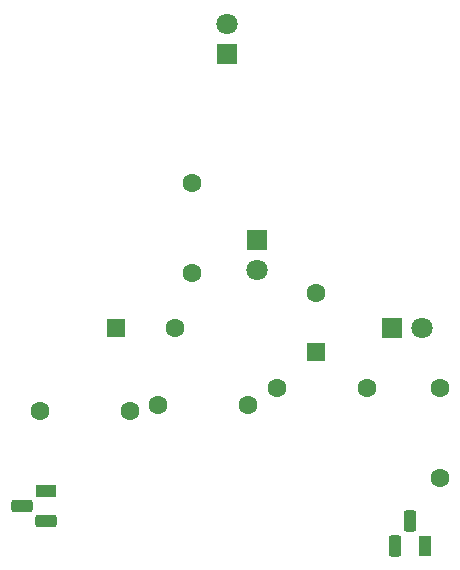
<source format=gbr>
%TF.GenerationSoftware,KiCad,Pcbnew,9.0.2*%
%TF.CreationDate,2025-06-19T19:47:11-10:00*%
%TF.ProjectId,Happy Birthday PCB,48617070-7920-4426-9972-746864617920,rev?*%
%TF.SameCoordinates,Original*%
%TF.FileFunction,Soldermask,Top*%
%TF.FilePolarity,Negative*%
%FSLAX46Y46*%
G04 Gerber Fmt 4.6, Leading zero omitted, Abs format (unit mm)*
G04 Created by KiCad (PCBNEW 9.0.2) date 2025-06-19 19:47:11*
%MOMM*%
%LPD*%
G01*
G04 APERTURE LIST*
G04 Aperture macros list*
%AMRoundRect*
0 Rectangle with rounded corners*
0 $1 Rounding radius*
0 $2 $3 $4 $5 $6 $7 $8 $9 X,Y pos of 4 corners*
0 Add a 4 corners polygon primitive as box body*
4,1,4,$2,$3,$4,$5,$6,$7,$8,$9,$2,$3,0*
0 Add four circle primitives for the rounded corners*
1,1,$1+$1,$2,$3*
1,1,$1+$1,$4,$5*
1,1,$1+$1,$6,$7*
1,1,$1+$1,$8,$9*
0 Add four rect primitives between the rounded corners*
20,1,$1+$1,$2,$3,$4,$5,0*
20,1,$1+$1,$4,$5,$6,$7,0*
20,1,$1+$1,$6,$7,$8,$9,0*
20,1,$1+$1,$8,$9,$2,$3,0*%
G04 Aperture macros list end*
%ADD10C,1.600000*%
%ADD11R,1.800000X1.100000*%
%ADD12RoundRect,0.275000X-0.625000X0.275000X-0.625000X-0.275000X0.625000X-0.275000X0.625000X0.275000X0*%
%ADD13R,1.100000X1.800000*%
%ADD14RoundRect,0.275000X0.275000X0.625000X-0.275000X0.625000X-0.275000X-0.625000X0.275000X-0.625000X0*%
%ADD15R,1.800000X1.800000*%
%ADD16C,1.800000*%
%ADD17RoundRect,0.250000X0.550000X-0.550000X0.550000X0.550000X-0.550000X0.550000X-0.550000X-0.550000X0*%
%ADD18RoundRect,0.250000X-0.550000X-0.550000X0.550000X-0.550000X0.550000X0.550000X-0.550000X0.550000X0*%
G04 APERTURE END LIST*
D10*
%TO.C,R5*%
X93500000Y-43810000D03*
X93500000Y-36190000D03*
%TD*%
%TO.C,R4*%
X114500000Y-53500000D03*
X114500000Y-61120000D03*
%TD*%
%TO.C,R3*%
X100690000Y-53500000D03*
X108310000Y-53500000D03*
%TD*%
%TO.C,R2*%
X98310000Y-55000000D03*
X90690000Y-55000000D03*
%TD*%
%TO.C,R1*%
X88310000Y-55500000D03*
X80690000Y-55500000D03*
%TD*%
D11*
%TO.C,Q2*%
X81170000Y-62230000D03*
D12*
X79100000Y-63500000D03*
X81170000Y-64770000D03*
%TD*%
D13*
%TO.C,Q1*%
X113270000Y-66900000D03*
D14*
X112000000Y-64830000D03*
X110730000Y-66900000D03*
%TD*%
D15*
%TO.C,D3*%
X96500000Y-25275000D03*
D16*
X96500000Y-22735000D03*
%TD*%
D15*
%TO.C,D2*%
X99000000Y-41000000D03*
D16*
X99000000Y-43540000D03*
%TD*%
D15*
%TO.C,D1*%
X110460000Y-48500000D03*
D16*
X113000000Y-48500000D03*
%TD*%
D17*
%TO.C,C2*%
X104000000Y-50500000D03*
D10*
X104000000Y-45500000D03*
%TD*%
%TO.C,C1*%
X92097349Y-48500000D03*
D18*
X87097349Y-48500000D03*
%TD*%
M02*

</source>
